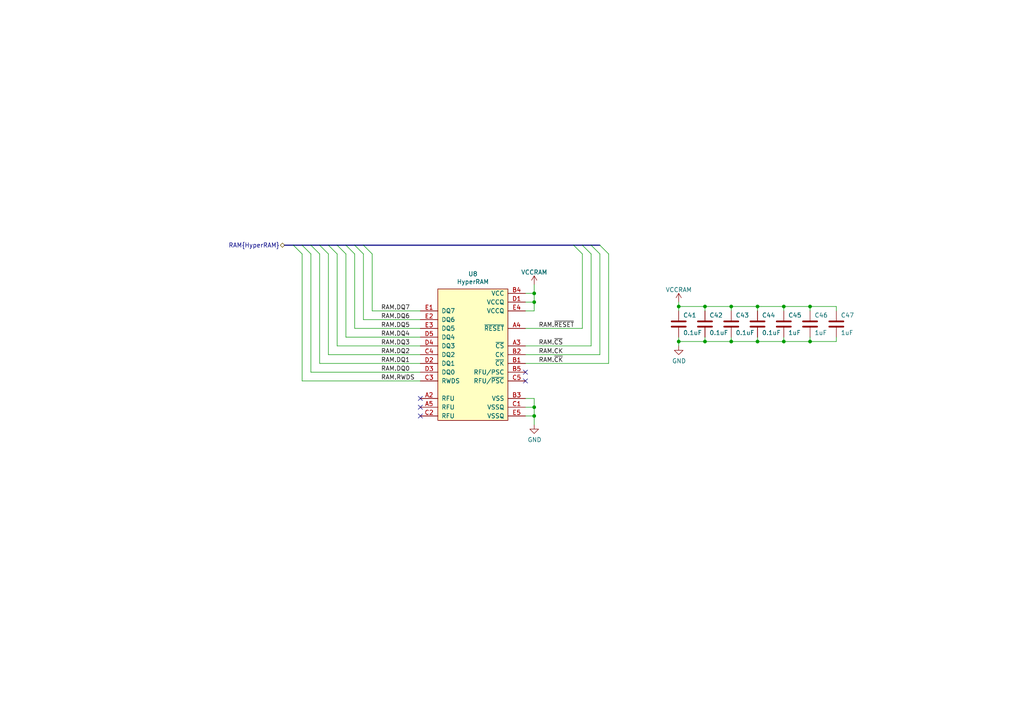
<source format=kicad_sch>
(kicad_sch (version 20230121) (generator eeschema)
  (paper "A4")
  (title_block (title "URTI Mainboard") (date "${DATE}") (rev "${VERSION}") (company "Copyright 2023 Great Scott Gadgets") (comment 1 "Licensed under the CERN-OHL-P v2"))
  (lib_symbols
    (symbol "Device:C" (pin_numbers hide) (pin_names (offset 0.254))
      (property "Reference" "C" (at 0.635 2.54 0))
      (property "Value" "C" (at 0.635 -2.54 0))
      (symbol "C_0_1"
        (polyline (pts (xy -2.032 -0.762) (xy 2.032 -0.762)) (stroke (width 0.508)))
        (polyline (pts (xy -2.032 0.762) (xy 2.032 0.762)) (stroke (width 0.508)))
      )
      (symbol "C_1_1"
        (pin passive line (at 0 3.81 270) (length 2.794) (name "~") (number "1"))
        (pin passive line (at 0 -3.81 90) (length 2.794) (name "~") (number "2"))
      )
    )
    (symbol "power:GND" (power) (pin_names (offset 0))
      (property "Value" "GND" (at 0 -3.81 0))
      (symbol "GND_0_1"
        (polyline (pts (xy 0 0) (xy 0 -1.27) (xy 1.27 -1.27) (xy 0 -2.54) (xy -1.27 -1.27) (xy 0 -1.27)))
      )
      (symbol "GND_1_1"
        (pin power_in line (at 0 0 270) (length 0) hide (name "GND") (number "1"))
      )
    )
    (symbol "support_hardware:S27KS0641" (pin_names (offset 1.016))
      (property "Reference" "U" (at 0 20.32 0))
      (property "Value" "S27KS0641" (at 0 -20.32 0))
      (symbol "S27KS0641_0_1"
        (rectangle (start -10.16 19.05) (end 10.16 -19.05) (stroke (width 0.2032)) (fill (type background)))
      )
      (symbol "S27KS0641_1_1"
        (pin passive line (at 15.24 -12.7 180) (length 5.08) (name "RFU") (number "A2"))
        (pin input line (at -15.24 2.54 0) (length 5.08) (name "~{CS}") (number "A3"))
        (pin input line (at -15.24 7.62 0) (length 5.08) (name "~{RESET}") (number "A4"))
        (pin passive line (at 15.24 -15.24 180) (length 5.08) (name "RFU") (number "A5"))
        (pin input line (at -15.24 -2.54 0) (length 5.08) (name "~{CK}") (number "B1"))
        (pin input line (at -15.24 0 0) (length 5.08) (name "CK") (number "B2"))
        (pin power_in line (at -15.24 -12.7 0) (length 5.08) (name "VSS") (number "B3"))
        (pin power_in line (at -15.24 17.78 0) (length 5.08) (name "VCC") (number "B4"))
        (pin input line (at -15.24 -5.08 0) (length 5.08) (name "RFU/PSC") (number "B5"))
        (pin power_in line (at -15.24 -15.24 0) (length 5.08) (name "VSSQ") (number "C1"))
        (pin passive line (at 15.24 -17.78 180) (length 5.08) (name "RFU") (number "C2"))
        (pin bidirectional line (at 15.24 -7.62 180) (length 5.08) (name "RWDS") (number "C3"))
        (pin bidirectional line (at 15.24 0 180) (length 5.08) (name "DQ2") (number "C4"))
        (pin input line (at -15.24 -7.62 0) (length 5.08) (name "RFU/~{PSC}") (number "C5"))
        (pin power_in line (at -15.24 15.24 0) (length 5.08) (name "VCCQ") (number "D1"))
        (pin bidirectional line (at 15.24 -2.54 180) (length 5.08) (name "DQ1") (number "D2"))
        (pin bidirectional line (at 15.24 -5.08 180) (length 5.08) (name "DQ0") (number "D3"))
        (pin bidirectional line (at 15.24 2.54 180) (length 5.08) (name "DQ3") (number "D4"))
        (pin bidirectional line (at 15.24 5.08 180) (length 5.08) (name "DQ4") (number "D5"))
        (pin bidirectional line (at 15.24 12.7 180) (length 5.08) (name "DQ7") (number "E1"))
        (pin bidirectional line (at 15.24 10.16 180) (length 5.08) (name "DQ6") (number "E2"))
        (pin bidirectional line (at 15.24 7.62 180) (length 5.08) (name "DQ5") (number "E3"))
        (pin power_in line (at -15.24 12.7 0) (length 5.08) (name "VCCQ") (number "E4"))
        (pin power_in line (at -15.24 -17.78 0) (length 5.08) (name "VSSQ") (number "E5"))
      )
    )
    (symbol "support_hardware:VCCRAM" (power) (pin_names (offset 0))
      (property "Value" "VCCRAM" (at 0 3.81 0))
      (symbol "VCCRAM_0_1"
        (polyline (pts (xy -0.762 1.27) (xy 0 2.54)))
        (polyline (pts (xy 0 0) (xy 0 2.54)))
        (polyline (pts (xy 0 2.54) (xy 0.762 1.27)))
      )
      (symbol "VCCRAM_1_1"
        (pin power_in line (at 0 0 90) (length 0) hide (name "VCCRAM") (number "1"))
      )
    )
  )
  (bus_alias "HyperRAM" (members "DQ[0..7]" "CK" "~{CK}" "~{CS}" "RWDS" "~{RESET}"))
  (junction (at 234.95 99.06))
  (junction (at 196.85 88.9))
  (junction (at 154.94 118.11))
  (junction (at 212.09 99.06))
  (junction (at 234.95 88.9))
  (junction (at 219.71 99.06))
  (junction (at 212.09 88.9))
  (junction (at 204.47 99.06))
  (junction (at 154.94 120.65))
  (junction (at 219.71 88.9))
  (junction (at 154.94 85.09))
  (junction (at 154.94 87.63))
  (junction (at 227.33 99.06))
  (junction (at 196.85 99.06))
  (junction (at 227.33 88.9))
  (junction (at 204.47 88.9))
  (no_connect (at 152.4 107.95))
  (no_connect (at 152.4 110.49))
  (no_connect (at 121.92 120.65))
  (no_connect (at 121.92 115.57))
  (no_connect (at 121.92 118.11))
  (bus_entry (at 85.09 71.12) (size 2.54 2.54))
  (bus_entry (at 95.25 71.12) (size 2.54 2.54))
  (bus_entry (at 168.91 71.12) (size 2.54 2.54))
  (bus_entry (at 105.41 71.12) (size 2.54 2.54))
  (bus_entry (at 171.45 71.12) (size 2.54 2.54))
  (bus_entry (at 166.37 71.12) (size 2.54 2.54))
  (bus_entry (at 100.33 71.12) (size 2.54 2.54))
  (bus_entry (at 102.87 71.12) (size 2.54 2.54))
  (bus_entry (at 87.63 71.12) (size 2.54 2.54))
  (bus_entry (at 92.71 71.12) (size 2.54 2.54))
  (bus_entry (at 173.99 71.12) (size 2.54 2.54))
  (bus_entry (at 90.17 71.12) (size 2.54 2.54))
  (bus_entry (at 97.79 71.12) (size 2.54 2.54))
  (bus (pts (xy 90.17 71.12) (xy 92.71 71.12)))
  (wire (pts (xy 196.85 87.63) (xy 196.85 88.9)))
  (wire (pts (xy 196.85 99.06) (xy 196.85 100.33)))
  (wire (pts (xy 152.4 95.25) (xy 168.91 95.25)))
  (wire (pts (xy 212.09 88.9) (xy 219.71 88.9)))
  (wire (pts (xy 227.33 97.79) (xy 227.33 99.06)))
  (wire (pts (xy 102.87 95.25) (xy 102.87 73.66)))
  (wire (pts (xy 234.95 97.79) (xy 234.95 99.06)))
  (wire (pts (xy 168.91 73.66) (xy 168.91 95.25)))
  (bus (pts (xy 166.37 71.12) (xy 168.91 71.12)))
  (wire (pts (xy 171.45 73.66) (xy 171.45 100.33)))
  (bus (pts (xy 100.33 71.12) (xy 102.87 71.12)))
  (wire (pts (xy 154.94 87.63) (xy 154.94 90.17)))
  (wire (pts (xy 154.94 85.09) (xy 154.94 87.63)))
  (wire (pts (xy 154.94 118.11) (xy 154.94 120.65)))
  (wire (pts (xy 152.4 100.33) (xy 171.45 100.33)))
  (wire (pts (xy 227.33 88.9) (xy 234.95 88.9)))
  (wire (pts (xy 121.92 97.79) (xy 100.33 97.79)))
  (wire (pts (xy 204.47 88.9) (xy 204.47 90.17)))
  (wire (pts (xy 90.17 107.95) (xy 90.17 73.66)))
  (bus (pts (xy 171.45 71.12) (xy 173.99 71.12)))
  (wire (pts (xy 173.99 73.66) (xy 173.99 102.87)))
  (wire (pts (xy 152.4 85.09) (xy 154.94 85.09)))
  (wire (pts (xy 176.53 73.66) (xy 176.53 105.41)))
  (wire (pts (xy 196.85 88.9) (xy 196.85 90.17)))
  (wire (pts (xy 219.71 99.06) (xy 212.09 99.06)))
  (wire (pts (xy 121.92 102.87) (xy 95.25 102.87)))
  (wire (pts (xy 92.71 105.41) (xy 92.71 73.66)))
  (bus (pts (xy 85.09 71.12) (xy 87.63 71.12)))
  (wire (pts (xy 196.85 88.9) (xy 204.47 88.9)))
  (wire (pts (xy 219.71 97.79) (xy 219.71 99.06)))
  (wire (pts (xy 196.85 99.06) (xy 204.47 99.06)))
  (wire (pts (xy 219.71 88.9) (xy 227.33 88.9)))
  (wire (pts (xy 154.94 85.09) (xy 154.94 82.55)))
  (wire (pts (xy 152.4 115.57) (xy 154.94 115.57)))
  (wire (pts (xy 152.4 102.87) (xy 173.99 102.87)))
  (wire (pts (xy 152.4 87.63) (xy 154.94 87.63)))
  (wire (pts (xy 227.33 90.17) (xy 227.33 88.9)))
  (wire (pts (xy 234.95 90.17) (xy 234.95 88.9)))
  (wire (pts (xy 154.94 120.65) (xy 154.94 123.19)))
  (wire (pts (xy 121.92 110.49) (xy 87.63 110.49)))
  (bus (pts (xy 92.71 71.12) (xy 95.25 71.12)))
  (bus (pts (xy 82.55 71.12) (xy 85.09 71.12)))
  (wire (pts (xy 105.41 92.71) (xy 121.92 92.71)))
  (wire (pts (xy 219.71 88.9) (xy 219.71 90.17)))
  (wire (pts (xy 121.92 107.95) (xy 90.17 107.95)))
  (bus (pts (xy 102.87 71.12) (xy 105.41 71.12)))
  (wire (pts (xy 121.92 95.25) (xy 102.87 95.25)))
  (wire (pts (xy 204.47 99.06) (xy 204.47 97.79)))
  (wire (pts (xy 212.09 99.06) (xy 212.09 97.79)))
  (wire (pts (xy 154.94 120.65) (xy 152.4 120.65)))
  (wire (pts (xy 100.33 97.79) (xy 100.33 73.66)))
  (wire (pts (xy 95.25 102.87) (xy 95.25 73.66)))
  (wire (pts (xy 234.95 88.9) (xy 242.57 88.9)))
  (wire (pts (xy 242.57 97.79) (xy 242.57 99.06)))
  (wire (pts (xy 242.57 88.9) (xy 242.57 90.17)))
  (wire (pts (xy 196.85 97.79) (xy 196.85 99.06)))
  (wire (pts (xy 212.09 88.9) (xy 212.09 90.17)))
  (bus (pts (xy 97.79 71.12) (xy 100.33 71.12)))
  (wire (pts (xy 107.95 73.66) (xy 107.95 90.17)))
  (wire (pts (xy 204.47 99.06) (xy 212.09 99.06)))
  (bus (pts (xy 95.25 71.12) (xy 97.79 71.12)))
  (wire (pts (xy 121.92 90.17) (xy 107.95 90.17)))
  (wire (pts (xy 204.47 88.9) (xy 212.09 88.9)))
  (wire (pts (xy 97.79 100.33) (xy 97.79 73.66)))
  (wire (pts (xy 152.4 118.11) (xy 154.94 118.11)))
  (wire (pts (xy 105.41 92.71) (xy 105.41 73.66)))
  (bus (pts (xy 105.41 71.12) (xy 166.37 71.12)))
  (wire (pts (xy 121.92 100.33) (xy 97.79 100.33)))
  (wire (pts (xy 234.95 99.06) (xy 227.33 99.06)))
  (wire (pts (xy 87.63 110.49) (xy 87.63 73.66)))
  (wire (pts (xy 227.33 99.06) (xy 219.71 99.06)))
  (wire (pts (xy 152.4 105.41) (xy 176.53 105.41)))
  (wire (pts (xy 242.57 99.06) (xy 234.95 99.06)))
  (wire (pts (xy 154.94 115.57) (xy 154.94 118.11)))
  (wire (pts (xy 154.94 90.17) (xy 152.4 90.17)))
  (bus (pts (xy 87.63 71.12) (xy 90.17 71.12)))
  (wire (pts (xy 121.92 105.41) (xy 92.71 105.41)))
  (bus (pts (xy 168.91 71.12) (xy 171.45 71.12)))
  (label "RAM.DQ3" (at 110.49 100.33 0))
  (label "RAM.DQ4" (at 110.49 97.79 0))
  (label "RAM.DQ5" (at 110.49 95.25 0))
  (label "RAM.DQ0" (at 110.49 107.95 0))
  (label "RAM.DQ6" (at 110.49 92.71 0))
  (label "RAM.~{CS}" (at 156.21 100.33 0))
  (label "RAM.~{RESET}" (at 156.21 95.25 0))
  (label "RAM.RWDS" (at 110.49 110.49 0))
  (label "RAM.CK" (at 156.21 102.87 0))
  (label "RAM.~{CK}" (at 156.21 105.41 0))
  (label "RAM.DQ7" (at 110.49 90.17 0))
  (label "RAM.DQ2" (at 110.49 102.87 0))
  (label "RAM.DQ1" (at 110.49 105.41 0))
  (hierarchical_label "RAM{HyperRAM}" (shape bidirectional) (at 82.55 71.12 180))
  (symbol (lib_id "support_hardware:S27KS0641") (at 137.16 102.87 0) (mirror y) (unit 1)
    (property "Reference" "U8" (at 137.16 79.4512 0))
    (property "Value" "HyperRAM" (at 137.16 81.7372 0))
    (property "Footprint" "mainboard:BGA-24_5x5_6.0x8.0mm" (effects hide))
    (property "Description" "DRAM 64Mb HyperRAM x8, 166MHz, Ind temp, 3.0V" (effects hide))
    (property "Manufacturer" "Winbond" (effects hide))
    (property "Part Number" "W956A8MBYA6I" (effects hide))
    (property "Substitution" "W956A8MBYA5I" (effects hide))
  )
  (symbol (lib_id "power:GND") (at 154.94 123.19 0) (unit 1)
    (property "Reference" "#PWR0111" (effects hide))
    (property "Value" "GND" (at 155.0416 127.5588 0))
  )
  (symbol (lib_id "Device:C") (at 212.09 93.98 0) (unit 1)
    (property "Reference" "C43" (at 213.36 91.44 0) (effects (justify left)))
    (property "Value" "0.1uF" (at 213.36 96.52 0) (effects (justify left)))
    (property "Footprint" "Capacitor_SMD:C_0402_1005Metric" (effects hide))
    (property "Part Number" "CL05A104KA5NNNC" (effects hide))
    (property "Substitution" "any equivalent" (effects hide))
    (property "Description" "CAP CER 0.1UF 25V X5R 0402" (effects hide))
    (property "Manufacturer" "Samsung" (effects hide))
  )
  (symbol (lib_id "Device:C") (at 242.57 93.98 0) (unit 1)
    (property "Reference" "C47" (at 243.84 91.44 0) (effects (justify left)))
    (property "Value" "1uF" (at 243.84 96.52 0) (effects (justify left)))
    (property "Footprint" "Capacitor_SMD:C_0402_1005Metric" (effects hide))
    (property "Part Number" "CL05A105MQ5NNNC" (effects hide))
    (property "Substitution" "CL05A105KQ5NNNC, CL05A105KP5NNNC, CL05A105KO5NNNC" (effects hide))
    (property "Manufacturer" "Samsung" (effects hide))
    (property "Description" "CAP CER 1UF 6.3V X5R 0402 20%" (effects hide))
  )
  (symbol (lib_id "power:GND") (at 196.85 100.33 0) (unit 1)
    (property "Reference" "#PWR0110" (effects hide))
    (property "Value" "GND" (at 196.9516 104.6988 0))
  )
  (symbol (lib_id "Device:C") (at 234.95 93.98 0) (unit 1)
    (property "Reference" "C46" (at 236.22 91.44 0) (effects (justify left)))
    (property "Value" "1uF" (at 236.22 96.52 0) (effects (justify left)))
    (property "Footprint" "Capacitor_SMD:C_0402_1005Metric" (effects hide))
    (property "Part Number" "CL05A105MQ5NNNC" (effects hide))
    (property "Substitution" "CL05A105KQ5NNNC, CL05A105KP5NNNC, CL05A105KO5NNNC" (effects hide))
    (property "Manufacturer" "Samsung" (effects hide))
    (property "Description" "CAP CER 1UF 6.3V X5R 0402 20%" (effects hide))
  )
  (symbol (lib_id "Device:C") (at 227.33 93.98 0) (unit 1)
    (property "Reference" "C45" (at 228.6 91.44 0) (effects (justify left)))
    (property "Value" "1uF" (at 228.6 96.52 0) (effects (justify left)))
    (property "Footprint" "Capacitor_SMD:C_0402_1005Metric" (effects hide))
    (property "Part Number" "CL05A105MQ5NNNC" (effects hide))
    (property "Substitution" "CL05A105KQ5NNNC, CL05A105KP5NNNC, CL05A105KO5NNNC" (effects hide))
    (property "Manufacturer" "Samsung" (effects hide))
    (property "Description" "CAP CER 1UF 6.3V X5R 0402 20%" (effects hide))
  )
  (symbol (lib_id "support_hardware:VCCRAM") (at 154.94 82.55 0) (unit 1)
    (property "Reference" "#PWR0108" (effects hide))
    (property "Value" "VCCRAM" (at 154.94 78.9742 0))
  )
  (symbol (lib_id "Device:C") (at 196.85 93.98 0) (unit 1)
    (property "Reference" "C41" (at 198.12 91.44 0) (effects (justify left)))
    (property "Value" "0.1uF" (at 198.12 96.52 0) (effects (justify left)))
    (property "Footprint" "Capacitor_SMD:C_0402_1005Metric" (effects hide))
    (property "Part Number" "CL05A104KA5NNNC" (effects hide))
    (property "Substitution" "any equivalent" (effects hide))
    (property "Description" "CAP CER 0.1UF 25V X5R 0402" (effects hide))
    (property "Manufacturer" "Samsung" (effects hide))
  )
  (symbol (lib_id "Device:C") (at 204.47 93.98 0) (unit 1)
    (property "Reference" "C42" (at 205.74 91.44 0) (effects (justify left)))
    (property "Value" "0.1uF" (at 205.74 96.52 0) (effects (justify left)))
    (property "Footprint" "Capacitor_SMD:C_0402_1005Metric" (effects hide))
    (property "Part Number" "CL05A104KA5NNNC" (effects hide))
    (property "Substitution" "any equivalent" (effects hide))
    (property "Description" "CAP CER 0.1UF 25V X5R 0402" (effects hide))
    (property "Manufacturer" "Samsung" (effects hide))
  )
  (symbol (lib_id "Device:C") (at 219.71 93.98 0) (unit 1)
    (property "Reference" "C44" (at 220.98 91.44 0) (effects (justify left)))
    (property "Value" "0.1uF" (at 220.98 96.52 0) (effects (justify left)))
    (property "Footprint" "Capacitor_SMD:C_0402_1005Metric" (effects hide))
    (property "Part Number" "CL05A104KA5NNNC" (effects hide))
    (property "Substitution" "any equivalent" (effects hide))
    (property "Description" "CAP CER 0.1UF 25V X5R 0402" (effects hide))
    (property "Manufacturer" "Samsung" (effects hide))
  )
  (symbol (lib_id "support_hardware:VCCRAM") (at 196.85 87.63 0) (unit 1)
    (property "Reference" "#PWR0109" (effects hide))
    (property "Value" "VCCRAM" (at 196.85 84.0542 0))
  )
)
</source>
